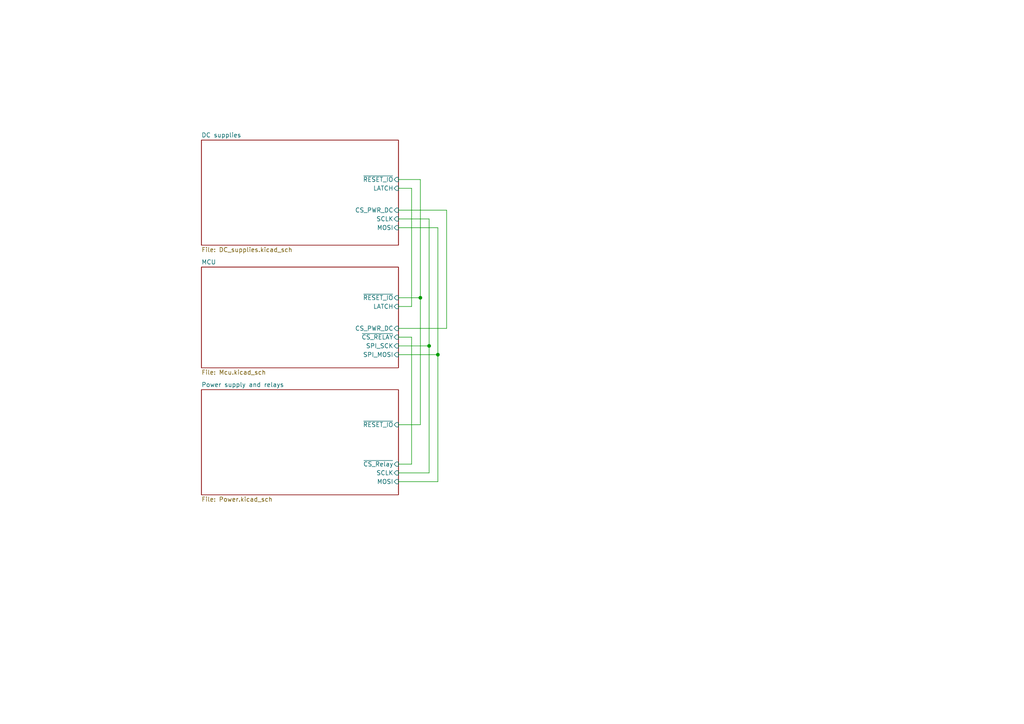
<source format=kicad_sch>
(kicad_sch
	(version 20231120)
	(generator "eeschema")
	(generator_version "8.0")
	(uuid "ad17dd83-c10a-426e-803d-3b2dda0cc379")
	(paper "A4")
	(title_block
		(title "Multiprise")
		(date "2024-04-26")
		(rev "1.3")
		(company "INSA - GEI")
	)
	(lib_symbols)
	(junction
		(at 127 102.87)
		(diameter 0)
		(color 0 0 0 0)
		(uuid "37ef02df-3f22-4a30-a20c-1fbc8747565a")
	)
	(junction
		(at 124.46 100.33)
		(diameter 0)
		(color 0 0 0 0)
		(uuid "5399a9cd-3137-417d-9763-3609fec85486")
	)
	(junction
		(at 121.92 86.36)
		(diameter 0)
		(color 0 0 0 0)
		(uuid "6bf4c4e3-89c0-48b2-8c1b-2ffda2048119")
	)
	(wire
		(pts
			(xy 115.57 88.9) (xy 119.38 88.9)
		)
		(stroke
			(width 0)
			(type default)
		)
		(uuid "0f24a6d7-53ad-4295-ad1c-8b374a6069f8")
	)
	(wire
		(pts
			(xy 124.46 137.16) (xy 124.46 100.33)
		)
		(stroke
			(width 0)
			(type default)
		)
		(uuid "1507ac22-d166-494e-b7d5-27a13a930278")
	)
	(wire
		(pts
			(xy 127 102.87) (xy 127 139.7)
		)
		(stroke
			(width 0)
			(type default)
		)
		(uuid "377cf967-fba2-4e3d-a128-7227ad2bdd99")
	)
	(wire
		(pts
			(xy 119.38 97.79) (xy 115.57 97.79)
		)
		(stroke
			(width 0)
			(type default)
		)
		(uuid "46a38120-bb58-466b-8ee8-0a378963c6d0")
	)
	(wire
		(pts
			(xy 119.38 54.61) (xy 115.57 54.61)
		)
		(stroke
			(width 0)
			(type default)
		)
		(uuid "50f33a69-71e8-46d4-bbdb-463258790d0c")
	)
	(wire
		(pts
			(xy 127 139.7) (xy 115.57 139.7)
		)
		(stroke
			(width 0)
			(type default)
		)
		(uuid "68c3a6b2-bc81-437d-8cce-33339a88cddf")
	)
	(wire
		(pts
			(xy 115.57 123.19) (xy 121.92 123.19)
		)
		(stroke
			(width 0)
			(type default)
		)
		(uuid "88bd949f-d34b-4400-b0ff-fc40976f9b85")
	)
	(wire
		(pts
			(xy 129.54 95.25) (xy 129.54 60.96)
		)
		(stroke
			(width 0)
			(type default)
		)
		(uuid "8a1fe21b-a29f-4e3d-96d0-1102023961b5")
	)
	(wire
		(pts
			(xy 115.57 137.16) (xy 124.46 137.16)
		)
		(stroke
			(width 0)
			(type default)
		)
		(uuid "8ae01965-cfe5-4eb0-80e7-02f342fdf0ab")
	)
	(wire
		(pts
			(xy 115.57 95.25) (xy 129.54 95.25)
		)
		(stroke
			(width 0)
			(type default)
		)
		(uuid "8f8b723f-8c27-405d-a822-2537de7d0af3")
	)
	(wire
		(pts
			(xy 119.38 88.9) (xy 119.38 54.61)
		)
		(stroke
			(width 0)
			(type default)
		)
		(uuid "8fbd0d35-f87f-47f7-ac87-01f49d8e1640")
	)
	(wire
		(pts
			(xy 119.38 134.62) (xy 119.38 97.79)
		)
		(stroke
			(width 0)
			(type default)
		)
		(uuid "910d9904-34d9-4fcb-8316-a21658e6c64c")
	)
	(wire
		(pts
			(xy 115.57 102.87) (xy 127 102.87)
		)
		(stroke
			(width 0)
			(type default)
		)
		(uuid "93cd8e87-78e0-472d-9431-9b839a5efb4f")
	)
	(wire
		(pts
			(xy 127 66.04) (xy 127 102.87)
		)
		(stroke
			(width 0)
			(type default)
		)
		(uuid "972bfe89-4e23-4a0a-b40b-8b99692047b0")
	)
	(wire
		(pts
			(xy 115.57 134.62) (xy 119.38 134.62)
		)
		(stroke
			(width 0)
			(type default)
		)
		(uuid "9c67b26c-7674-4ea4-9ff8-bd8574f96e8a")
	)
	(wire
		(pts
			(xy 129.54 60.96) (xy 115.57 60.96)
		)
		(stroke
			(width 0)
			(type default)
		)
		(uuid "a16b60fc-1b1a-4db4-99c0-67dab30dec45")
	)
	(wire
		(pts
			(xy 115.57 100.33) (xy 124.46 100.33)
		)
		(stroke
			(width 0)
			(type default)
		)
		(uuid "a243f89d-0b7f-44f5-9d55-2e6e5a69264d")
	)
	(wire
		(pts
			(xy 124.46 63.5) (xy 115.57 63.5)
		)
		(stroke
			(width 0)
			(type default)
		)
		(uuid "c5bf1549-736a-4751-b2ff-ababf4bda4a9")
	)
	(wire
		(pts
			(xy 115.57 86.36) (xy 121.92 86.36)
		)
		(stroke
			(width 0)
			(type default)
		)
		(uuid "c68296ee-ed34-4b0d-ab7b-da2f8eb9fb8a")
	)
	(wire
		(pts
			(xy 115.57 66.04) (xy 127 66.04)
		)
		(stroke
			(width 0)
			(type default)
		)
		(uuid "cb7efc1d-c144-4811-a069-8ae857d6db72")
	)
	(wire
		(pts
			(xy 124.46 100.33) (xy 124.46 63.5)
		)
		(stroke
			(width 0)
			(type default)
		)
		(uuid "d7d4f75f-5cf3-4ed9-8b68-1a247ce115ca")
	)
	(wire
		(pts
			(xy 121.92 123.19) (xy 121.92 86.36)
		)
		(stroke
			(width 0)
			(type default)
		)
		(uuid "e65faf86-8255-4c33-a40e-3307eb811f09")
	)
	(wire
		(pts
			(xy 121.92 86.36) (xy 121.92 52.07)
		)
		(stroke
			(width 0)
			(type default)
		)
		(uuid "e973ab21-48e0-42d4-a453-fb46d81a9329")
	)
	(wire
		(pts
			(xy 121.92 52.07) (xy 115.57 52.07)
		)
		(stroke
			(width 0)
			(type default)
		)
		(uuid "f6b30e67-806a-4a9f-9cb3-8fd7a905dd04")
	)
	(sheet
		(at 58.42 77.47)
		(size 57.15 29.21)
		(fields_autoplaced yes)
		(stroke
			(width 0.1524)
			(type solid)
		)
		(fill
			(color 0 0 0 0.0000)
		)
		(uuid "5b1c34c0-fac2-48fe-a40d-d33e3b5a6f25")
		(property "Sheetname" "MCU"
			(at 58.42 76.7584 0)
			(effects
				(font
					(size 1.27 1.27)
				)
				(justify left bottom)
			)
		)
		(property "Sheetfile" "Mcu.kicad_sch"
			(at 58.42 107.2646 0)
			(effects
				(font
					(size 1.27 1.27)
				)
				(justify left top)
			)
		)
		(pin "SPI_MOSI" input
			(at 115.57 102.87 0)
			(effects
				(font
					(size 1.27 1.27)
				)
				(justify right)
			)
			(uuid "c47ebd18-938e-47d4-ad89-baff10116e83")
		)
		(pin "SPI_SCK" input
			(at 115.57 100.33 0)
			(effects
				(font
					(size 1.27 1.27)
				)
				(justify right)
			)
			(uuid "7cde635e-8b5d-4630-8f4f-d04a7b725d2d")
		)
		(pin "~{CS_RELAY}" input
			(at 115.57 97.79 0)
			(effects
				(font
					(size 1.27 1.27)
				)
				(justify right)
			)
			(uuid "aaa7a092-79d3-4070-a2da-d11ed3516394")
		)
		(pin "CS_PWR_DC" input
			(at 115.57 95.25 0)
			(effects
				(font
					(size 1.27 1.27)
				)
				(justify right)
			)
			(uuid "e925ce92-8257-46e2-8ff0-633eea532fec")
		)
		(pin "LATCH" input
			(at 115.57 88.9 0)
			(effects
				(font
					(size 1.27 1.27)
				)
				(justify right)
			)
			(uuid "e9c077f1-cd8d-4c30-9432-cad8649c4b50")
		)
		(pin "~{RESET_IO}" input
			(at 115.57 86.36 0)
			(effects
				(font
					(size 1.27 1.27)
				)
				(justify right)
			)
			(uuid "e90f4036-d960-4aa2-a10f-d6f6e383f6fb")
		)
		(instances
			(project "Multiprise pilotée"
				(path "/ad17dd83-c10a-426e-803d-3b2dda0cc379"
					(page "3")
				)
			)
		)
	)
	(sheet
		(at 58.42 40.64)
		(size 57.15 30.48)
		(fields_autoplaced yes)
		(stroke
			(width 0.1524)
			(type solid)
		)
		(fill
			(color 0 0 0 0.0000)
		)
		(uuid "7b0b359f-83f5-4bfc-867e-e59ab7e7da3c")
		(property "Sheetname" "DC supplies"
			(at 58.42 39.9284 0)
			(effects
				(font
					(size 1.27 1.27)
				)
				(justify left bottom)
			)
		)
		(property "Sheetfile" "DC_supplies.kicad_sch"
			(at 58.42 71.7046 0)
			(effects
				(font
					(size 1.27 1.27)
				)
				(justify left top)
			)
		)
		(pin "~{RESET_IO}" input
			(at 115.57 52.07 0)
			(effects
				(font
					(size 1.27 1.27)
				)
				(justify right)
			)
			(uuid "a982b7ce-93b8-4349-af06-5a0f72931f60")
		)
		(pin "SCLK" input
			(at 115.57 63.5 0)
			(effects
				(font
					(size 1.27 1.27)
				)
				(justify right)
			)
			(uuid "d1f903f9-373b-4a75-b044-693ac4b4d943")
		)
		(pin "MOSI" input
			(at 115.57 66.04 0)
			(effects
				(font
					(size 1.27 1.27)
				)
				(justify right)
			)
			(uuid "62c29b41-313f-416d-8936-8444a4b16679")
		)
		(pin "LATCH" input
			(at 115.57 54.61 0)
			(effects
				(font
					(size 1.27 1.27)
				)
				(justify right)
			)
			(uuid "e9019510-c8fe-4885-8465-e0f06e36e95a")
		)
		(pin "CS_PWR_DC" input
			(at 115.57 60.96 0)
			(effects
				(font
					(size 1.27 1.27)
				)
				(justify right)
			)
			(uuid "d48c0ab3-a368-4d6d-a507-53a32dd344c0")
		)
		(instances
			(project "Multiprise pilotée"
				(path "/ad17dd83-c10a-426e-803d-3b2dda0cc379"
					(page "5")
				)
			)
		)
	)
	(sheet
		(at 58.42 113.03)
		(size 57.15 30.48)
		(fields_autoplaced yes)
		(stroke
			(width 0.1524)
			(type solid)
		)
		(fill
			(color 0 0 0 0.0000)
		)
		(uuid "ff439e0e-b879-40be-a702-6e5da693c895")
		(property "Sheetname" "Power supply and relays"
			(at 58.42 112.3184 0)
			(effects
				(font
					(size 1.27 1.27)
				)
				(justify left bottom)
			)
		)
		(property "Sheetfile" "Power.kicad_sch"
			(at 58.42 144.0946 0)
			(effects
				(font
					(size 1.27 1.27)
				)
				(justify left top)
			)
		)
		(pin "~{CS_Relay}" input
			(at 115.57 134.62 0)
			(effects
				(font
					(size 1.27 1.27)
				)
				(justify right)
			)
			(uuid "6e3ad4e8-c07b-4795-86ba-f6bc60fb84af")
		)
		(pin "SCLK" input
			(at 115.57 137.16 0)
			(effects
				(font
					(size 1.27 1.27)
				)
				(justify right)
			)
			(uuid "f2f165fd-1496-445d-83a1-781dd3c61f3a")
		)
		(pin "~{RESET_IO}" input
			(at 115.57 123.19 0)
			(effects
				(font
					(size 1.27 1.27)
				)
				(justify right)
			)
			(uuid "1c29fae0-f26a-4eae-a70e-46d944bc1443")
		)
		(pin "MOSI" input
			(at 115.57 139.7 0)
			(effects
				(font
					(size 1.27 1.27)
				)
				(justify right)
			)
			(uuid "0218cc86-272b-452d-9666-c9e8602f2643")
		)
		(instances
			(project "Multiprise pilotée"
				(path "/ad17dd83-c10a-426e-803d-3b2dda0cc379"
					(page "2")
				)
			)
		)
	)
	(sheet_instances
		(path "/"
			(page "1")
		)
	)
)

</source>
